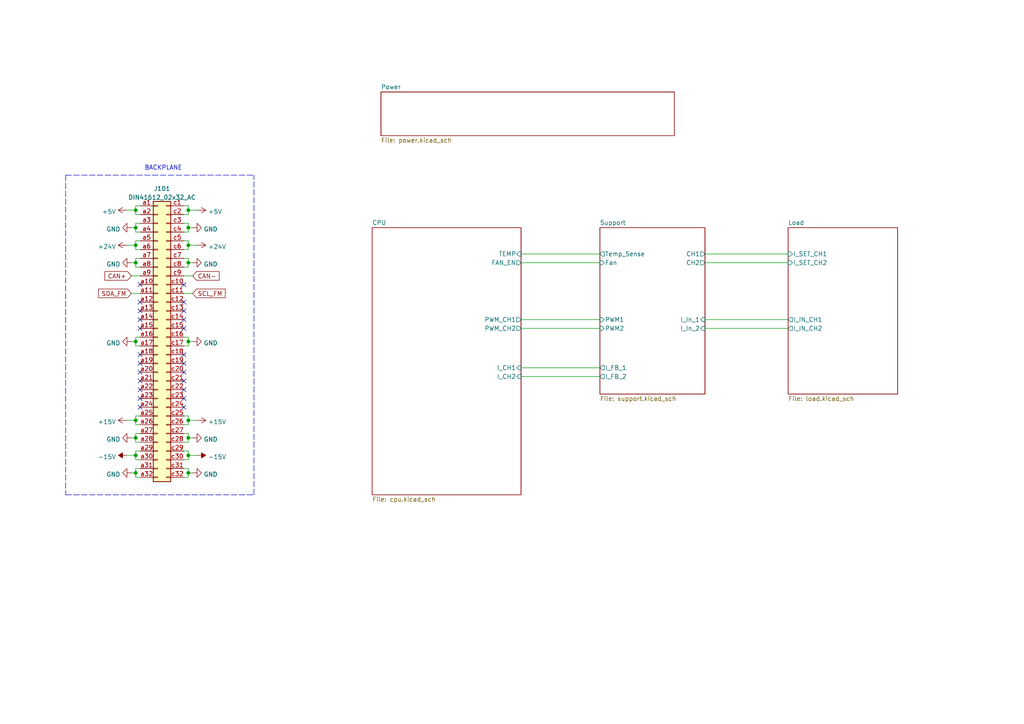
<source format=kicad_sch>
(kicad_sch (version 20211123) (generator eeschema)
  (paper "A4")
  (lib_symbols
    (symbol "Connector:DIN41612_02x32_AC" (pin_names (offset 1.016) hide)
      (property "Reference" "J" (at 1.27 40.64 0))
      (property "Value" "DIN41612_02x32_AC" (at 1.27 -43.18 0))
      (symbol "DIN41612_02x32_AC_1_1"
        (rectangle (start -1.27 -40.513) (end 0 -40.767) (stroke (width 0.1524)))
        (rectangle (start -1.27 -37.973) (end 0 -38.227) (stroke (width 0.1524)))
        (rectangle (start -1.27 -35.433) (end 0 -35.687) (stroke (width 0.1524)))
        (rectangle (start -1.27 -32.893) (end 0 -33.147) (stroke (width 0.1524)))
        (rectangle (start -1.27 -30.353) (end 0 -30.607) (stroke (width 0.1524)))
        (rectangle (start -1.27 -27.813) (end 0 -28.067) (stroke (width 0.1524)))
        (rectangle (start -1.27 -25.273) (end 0 -25.527) (stroke (width 0.1524)))
        (rectangle (start -1.27 -22.733) (end 0 -22.987) (stroke (width 0.1524)))
        (rectangle (start -1.27 -20.193) (end 0 -20.447) (stroke (width 0.1524)))
        (rectangle (start -1.27 -17.653) (end 0 -17.907) (stroke (width 0.1524)))
        (rectangle (start -1.27 -15.113) (end 0 -15.367) (stroke (width 0.1524)))
        (rectangle (start -1.27 -12.573) (end 0 -12.827) (stroke (width 0.1524)))
        (rectangle (start -1.27 -10.033) (end 0 -10.287) (stroke (width 0.1524)))
        (rectangle (start -1.27 -7.493) (end 0 -7.747) (stroke (width 0.1524)))
        (rectangle (start -1.27 -4.953) (end 0 -5.207) (stroke (width 0.1524)))
        (rectangle (start -1.27 -2.413) (end 0 -2.667) (stroke (width 0.1524)))
        (rectangle (start -1.27 0.127) (end 0 -0.127) (stroke (width 0.1524)))
        (rectangle (start -1.27 2.667) (end 0 2.413) (stroke (width 0.1524)))
        (rectangle (start -1.27 5.207) (end 0 4.953) (stroke (width 0.1524)))
        (rectangle (start -1.27 7.747) (end 0 7.493) (stroke (width 0.1524)))
        (rectangle (start -1.27 10.287) (end 0 10.033) (stroke (width 0.1524)))
        (rectangle (start -1.27 12.827) (end 0 12.573) (stroke (width 0.1524)))
        (rectangle (start -1.27 15.367) (end 0 15.113) (stroke (width 0.1524)))
        (rectangle (start -1.27 17.907) (end 0 17.653) (stroke (width 0.1524)))
        (rectangle (start -1.27 20.447) (end 0 20.193) (stroke (width 0.1524)))
        (rectangle (start -1.27 22.987) (end 0 22.733) (stroke (width 0.1524)))
        (rectangle (start -1.27 25.527) (end 0 25.273) (stroke (width 0.1524)))
        (rectangle (start -1.27 28.067) (end 0 27.813) (stroke (width 0.1524)))
        (rectangle (start -1.27 30.607) (end 0 30.353) (stroke (width 0.1524)))
        (rectangle (start -1.27 33.147) (end 0 32.893) (stroke (width 0.1524)))
        (rectangle (start -1.27 35.687) (end 0 35.433) (stroke (width 0.1524)))
        (rectangle (start -1.27 38.227) (end 0 37.973) (stroke (width 0.1524)))
        (rectangle (start -1.27 39.37) (end 3.81 -41.91) (stroke (width 0.254)) (fill (type background)))
        (rectangle (start 3.81 -40.513) (end 2.54 -40.767) (stroke (width 0.1524)))
        (rectangle (start 3.81 -37.973) (end 2.54 -38.227) (stroke (width 0.1524)))
        (rectangle (start 3.81 -35.433) (end 2.54 -35.687) (stroke (width 0.1524)))
        (rectangle (start 3.81 -32.893) (end 2.54 -33.147) (stroke (width 0.1524)))
        (rectangle (start 3.81 -30.353) (end 2.54 -30.607) (stroke (width 0.1524)))
        (rectangle (start 3.81 -27.813) (end 2.54 -28.067) (stroke (width 0.1524)))
        (rectangle (start 3.81 -25.273) (end 2.54 -25.527) (stroke (width 0.1524)))
        (rectangle (start 3.81 -22.733) (end 2.54 -22.987) (stroke (width 0.1524)))
        (rectangle (start 3.81 -20.193) (end 2.54 -20.447) (stroke (width 0.1524)))
        (rectangle (start 3.81 -17.653) (end 2.54 -17.907) (stroke (width 0.1524)))
        (rectangle (start 3.81 -15.113) (end 2.54 -15.367) (stroke (width 0.1524)))
        (rectangle (start 3.81 -12.573) (end 2.54 -12.827) (stroke (width 0.1524)))
        (rectangle (start 3.81 -10.033) (end 2.54 -10.287) (stroke (width 0.1524)))
        (rectangle (start 3.81 -7.493) (end 2.54 -7.747) (stroke (width 0.1524)))
        (rectangle (start 3.81 -4.953) (end 2.54 -5.207) (stroke (width 0.1524)))
        (rectangle (start 3.81 -2.413) (end 2.54 -2.667) (stroke (width 0.1524)))
        (rectangle (start 3.81 0.127) (end 2.54 -0.127) (stroke (width 0.1524)))
        (rectangle (start 3.81 2.667) (end 2.54 2.413) (stroke (width 0.1524)))
        (rectangle (start 3.81 5.207) (end 2.54 4.953) (stroke (width 0.1524)))
        (rectangle (start 3.81 7.747) (end 2.54 7.493) (stroke (width 0.1524)))
        (rectangle (start 3.81 10.287) (end 2.54 10.033) (stroke (width 0.1524)))
        (rectangle (start 3.81 12.827) (end 2.54 12.573) (stroke (width 0.1524)))
        (rectangle (start 3.81 15.367) (end 2.54 15.113) (stroke (width 0.1524)))
        (rectangle (start 3.81 17.907) (end 2.54 17.653) (stroke (width 0.1524)))
        (rectangle (start 3.81 20.447) (end 2.54 20.193) (stroke (width 0.1524)))
        (rectangle (start 3.81 22.987) (end 2.54 22.733) (stroke (width 0.1524)))
        (rectangle (start 3.81 25.527) (end 2.54 25.273) (stroke (width 0.1524)))
        (rectangle (start 3.81 28.067) (end 2.54 27.813) (stroke (width 0.1524)))
        (rectangle (start 3.81 30.607) (end 2.54 30.353) (stroke (width 0.1524)))
        (rectangle (start 3.81 33.147) (end 2.54 32.893) (stroke (width 0.1524)))
        (rectangle (start 3.81 35.687) (end 2.54 35.433) (stroke (width 0.1524)))
        (rectangle (start 3.81 38.227) (end 2.54 37.973) (stroke (width 0.1524)))
        (pin passive line (at -5.08 38.1 0) (length 3.81) (name "Pin_a1") (number "a1"))
        (pin passive line (at -5.08 15.24 0) (length 3.81) (name "Pin_a10") (number "a10"))
        (pin passive line (at -5.08 12.7 0) (length 3.81) (name "Pin_a11") (number "a11"))
        (pin passive line (at -5.08 10.16 0) (length 3.81) (name "Pin_a12") (number "a12"))
        (pin passive line (at -5.08 7.62 0) (length 3.81) (name "Pin_a13") (number "a13"))
        (pin passive line (at -5.08 5.08 0) (length 3.81) (name "Pin_a14") (number "a14"))
        (pin passive line (at -5.08 2.54 0) (length 3.81) (name "Pin_a15") (number "a15"))
        (pin passive line (at -5.08 0 0) (length 3.81) (name "Pin_a16") (number "a16"))
        (pin passive line (at -5.08 -2.54 0) (length 3.81) (name "Pin_a17") (number "a17"))
        (pin passive line (at -5.08 -5.08 0) (length 3.81) (name "Pin_a18") (number "a18"))
        (pin passive line (at -5.08 -7.62 0) (length 3.81) (name "Pin_a19") (number "a19"))
        (pin passive line (at -5.08 35.56 0) (length 3.81) (name "Pin_a2") (number "a2"))
        (pin passive line (at -5.08 -10.16 0) (length 3.81) (name "Pin_a20") (number "a20"))
        (pin passive line (at -5.08 -12.7 0) (length 3.81) (name "Pin_a21") (number "a21"))
        (pin passive line (at -5.08 -15.24 0) (length 3.81) (name "Pin_a22") (number "a22"))
        (pin passive line (at -5.08 -17.78 0) (length 3.81) (name "Pin_a23") (number "a23"))
        (pin passive line (at -5.08 -20.32 0) (length 3.81) (name "Pin_a24") (number "a24"))
        (pin passive line (at -5.08 -22.86 0) (length 3.81) (name "Pin_a25") (number "a25"))
        (pin passive line (at -5.08 -25.4 0) (length 3.81) (name "Pin_a26") (number "a26"))
        (pin passive line (at -5.08 -27.94 0) (length 3.81) (name "Pin_a27") (number "a27"))
        (pin passive line (at -5.08 -30.48 0) (length 3.81) (name "Pin_a28") (number "a28"))
        (pin passive line (at -5.08 -33.02 0) (length 3.81) (name "Pin_a29") (number "a29"))
        (pin passive line (at -5.08 33.02 0) (length 3.81) (name "Pin_a3") (number "a3"))
        (pin passive line (at -5.08 -35.56 0) (length 3.81) (name "Pin_a30") (number "a30"))
        (pin passive line (at -5.08 -38.1 0) (length 3.81) (name "Pin_a31") (number "a31"))
        (pin passive line (at -5.08 -40.64 0) (length 3.81) (name "Pin_a32") (number "a32"))
        (pin passive line (at -5.08 30.48 0) (length 3.81) (name "Pin_a4") (number "a4"))
        (pin passive line (at -5.08 27.94 0) (length 3.81) (name "Pin_a5") (number "a5"))
        (pin passive line (at -5.08 25.4 0) (length 3.81) (name "Pin_a6") (number "a6"))
        (pin passive line (at -5.08 22.86 0) (length 3.81) (name "Pin_a7") (number "a7"))
        (pin passive line (at -5.08 20.32 0) (length 3.81) (name "Pin_a8") (number "a8"))
        (pin passive line (at -5.08 17.78 0) (length 3.81) (name "Pin_a9") (number "a9"))
        (pin passive line (at 7.62 38.1 180) (length 3.81) (name "Pin_c1") (number "c1"))
        (pin passive line (at 7.62 15.24 180) (length 3.81) (name "Pin_c10") (number "c10"))
        (pin passive line (at 7.62 12.7 180) (length 3.81) (name "Pin_c11") (number "c11"))
        (pin passive line (at 7.62 10.16 180) (length 3.81) (name "Pin_c12") (number "c12"))
        (pin passive line (at 7.62 7.62 180) (length 3.81) (name "Pin_c13") (number "c13"))
        (pin passive line (at 7.62 5.08 180) (length 3.81) (name "Pin_c14") (number "c14"))
        (pin passive line (at 7.62 2.54 180) (length 3.81) (name "Pin_c15") (number "c15"))
        (pin passive line (at 7.62 0 180) (length 3.81) (name "Pin_c16") (number "c16"))
        (pin passive line (at 7.62 -2.54 180) (length 3.81) (name "Pin_c17") (number "c17"))
        (pin passive line (at 7.62 -5.08 180) (length 3.81) (name "Pin_c18") (number "c18"))
        (pin passive line (at 7.62 -7.62 180) (length 3.81) (name "Pin_c19") (number "c19"))
        (pin passive line (at 7.62 35.56 180) (length 3.81) (name "Pin_c2") (number "c2"))
        (pin passive line (at 7.62 -10.16 180) (length 3.81) (name "Pin_c20") (number "c20"))
        (pin passive line (at 7.62 -12.7 180) (length 3.81) (name "Pin_c21") (number "c21"))
        (pin passive line (at 7.62 -15.24 180) (length 3.81) (name "Pin_c22") (number "c22"))
        (pin passive line (at 7.62 -17.78 180) (length 3.81) (name "Pin_c23") (number "c23"))
        (pin passive line (at 7.62 -20.32 180) (length 3.81) (name "Pin_c24") (number "c24"))
        (pin passive line (at 7.62 -22.86 180) (length 3.81) (name "Pin_c25") (number "c25"))
        (pin passive line (at 7.62 -25.4 180) (length 3.81) (name "Pin_c26") (number "c26"))
        (pin passive line (at 7.62 -27.94 180) (length 3.81) (name "Pin_c27") (number "c27"))
        (pin passive line (at 7.62 -30.48 180) (length 3.81) (name "Pin_c28") (number "c28"))
        (pin passive line (at 7.62 -33.02 180) (length 3.81) (name "Pin_c29") (number "c29"))
        (pin passive line (at 7.62 33.02 180) (length 3.81) (name "Pin_c3") (number "c3"))
        (pin passive line (at 7.62 -35.56 180) (length 3.81) (name "Pin_c30") (number "c30"))
        (pin passive line (at 7.62 -38.1 180) (length 3.81) (name "Pin_c31") (number "c31"))
        (pin passive line (at 7.62 -40.64 180) (length 3.81) (name "Pin_c32") (number "c32"))
        (pin passive line (at 7.62 30.48 180) (length 3.81) (name "Pin_c4") (number "c4"))
        (pin passive line (at 7.62 27.94 180) (length 3.81) (name "Pin_c5") (number "c5"))
        (pin passive line (at 7.62 25.4 180) (length 3.81) (name "Pin_c6") (number "c6"))
        (pin passive line (at 7.62 22.86 180) (length 3.81) (name "Pin_c7") (number "c7"))
        (pin passive line (at 7.62 20.32 180) (length 3.81) (name "Pin_c8") (number "c8"))
        (pin passive line (at 7.62 17.78 180) (length 3.81) (name "Pin_c9") (number "c9"))
      )
    )
    (symbol "power:+15V" (power) (pin_names (offset 0))
      (property "Value" "+15V" (at 0 3.556 0))
      (symbol "+15V_0_1"
        (polyline (pts (xy -0.762 1.27) (xy 0 2.54)))
        (polyline (pts (xy 0 0) (xy 0 2.54)))
        (polyline (pts (xy 0 2.54) (xy 0.762 1.27)))
      )
      (symbol "+15V_1_1"
        (pin power_in line (at 0 0 90) (length 0) hide (name "+15V") (number "1"))
      )
    )
    (symbol "power:+24V" (power) (pin_names (offset 0))
      (property "Value" "+24V" (at 0 3.556 0))
      (symbol "+24V_0_1"
        (polyline (pts (xy -0.762 1.27) (xy 0 2.54)))
        (polyline (pts (xy 0 0) (xy 0 2.54)))
        (polyline (pts (xy 0 2.54) (xy 0.762 1.27)))
      )
      (symbol "+24V_1_1"
        (pin power_in line (at 0 0 90) (length 0) hide (name "+24V") (number "1"))
      )
    )
    (symbol "power:+5V" (power) (pin_names (offset 0))
      (property "Value" "+5V" (at 0 3.556 0))
      (symbol "+5V_0_1"
        (polyline (pts (xy -0.762 1.27) (xy 0 2.54)))
        (polyline (pts (xy 0 0) (xy 0 2.54)))
        (polyline (pts (xy 0 2.54) (xy 0.762 1.27)))
      )
      (symbol "+5V_1_1"
        (pin power_in line (at 0 0 90) (length 0) hide (name "+5V") (number "1"))
      )
    )
    (symbol "power:-15V" (power) (pin_names (offset 0))
      (property "Value" "-15V" (at 0 3.81 0))
      (symbol "-15V_0_0"
        (pin power_in line (at 0 0 90) (length 0) hide (name "-15V") (number "1"))
      )
      (symbol "-15V_0_1"
        (polyline (pts (xy 0 0) (xy 0 1.27) (xy 0.762 1.27) (xy 0 2.54) (xy -0.762 1.27) (xy 0 1.27)) (fill (type outline)))
      )
    )
    (symbol "power:GND" (power) (pin_names (offset 0))
      (property "Value" "GND" (at 0 -3.81 0))
      (symbol "GND_0_1"
        (polyline (pts (xy 0 0) (xy 0 -1.27) (xy 1.27 -1.27) (xy 0 -2.54) (xy -1.27 -1.27) (xy 0 -1.27)))
      )
      (symbol "GND_1_1"
        (pin power_in line (at 0 0 270) (length 0) hide (name "GND") (number "1"))
      )
    )
  )
  (junction (at 39.37 60.96))
  (junction (at 39.37 71.12))
  (junction (at 54.61 99.06))
  (junction (at 39.37 132.08))
  (junction (at 54.61 132.08))
  (junction (at 54.61 137.16))
  (junction (at 39.37 127))
  (junction (at 54.61 127))
  (junction (at 54.61 66.04))
  (junction (at 39.37 137.16))
  (junction (at 54.61 71.12))
  (junction (at 39.37 99.06))
  (junction (at 54.61 121.92))
  (junction (at 39.37 76.2))
  (junction (at 39.37 66.04))
  (junction (at 39.37 121.92))
  (junction (at 54.61 76.2))
  (junction (at 54.61 60.96))
  (no_connect (at 53.34 115.57))
  (no_connect (at 53.34 90.17))
  (no_connect (at 53.34 105.41))
  (no_connect (at 53.34 92.71))
  (no_connect (at 40.64 113.03))
  (no_connect (at 40.64 107.95))
  (no_connect (at 40.64 92.71))
  (no_connect (at 53.34 82.55))
  (no_connect (at 53.34 87.63))
  (no_connect (at 53.34 113.03))
  (no_connect (at 40.64 87.63))
  (no_connect (at 40.64 110.49))
  (no_connect (at 53.34 102.87))
  (no_connect (at 53.34 118.11))
  (no_connect (at 40.64 105.41))
  (no_connect (at 53.34 107.95))
  (no_connect (at 40.64 82.55))
  (no_connect (at 40.64 95.25))
  (no_connect (at 53.34 110.49))
  (no_connect (at 40.64 118.11))
  (no_connect (at 53.34 95.25))
  (no_connect (at 40.64 90.17))
  (no_connect (at 40.64 115.57))
  (no_connect (at 40.64 102.87))
  (wire (pts (xy 53.34 69.85) (xy 54.61 69.85)))
  (wire (pts (xy 39.37 135.89) (xy 40.64 135.89)))
  (wire (pts (xy 53.34 123.19) (xy 54.61 123.19)))
  (wire (pts (xy 39.37 120.65) (xy 39.37 121.92)))
  (wire (pts (xy 39.37 60.96) (xy 39.37 62.23)))
  (wire (pts (xy 40.64 69.85) (xy 39.37 69.85)))
  (wire (pts (xy 54.61 138.43) (xy 53.34 138.43)))
  (wire (pts (xy 36.83 121.92) (xy 39.37 121.92)))
  (wire (pts (xy 39.37 137.16) (xy 39.37 135.89)))
  (wire (pts (xy 53.34 62.23) (xy 54.61 62.23)))
  (wire (pts (xy 151.13 92.71) (xy 173.99 92.71)))
  (wire (pts (xy 39.37 121.92) (xy 39.37 123.19)))
  (wire (pts (xy 40.64 120.65) (xy 39.37 120.65)))
  (wire (pts (xy 39.37 128.27) (xy 39.37 127)))
  (wire (pts (xy 54.61 71.12) (xy 54.61 72.39)))
  (wire (pts (xy 54.61 66.04) (xy 55.88 66.04)))
  (wire (pts (xy 38.1 76.2) (xy 39.37 76.2)))
  (wire (pts (xy 53.34 125.73) (xy 54.61 125.73)))
  (wire (pts (xy 53.34 72.39) (xy 54.61 72.39)))
  (wire (pts (xy 204.47 95.25) (xy 228.6 95.25)))
  (wire (pts (xy 54.61 137.16) (xy 55.88 137.16)))
  (wire (pts (xy 54.61 120.65) (xy 54.61 121.92)))
  (wire (pts (xy 53.34 133.35) (xy 54.61 133.35)))
  (wire (pts (xy 39.37 132.08) (xy 39.37 133.35)))
  (wire (pts (xy 151.13 73.66) (xy 173.99 73.66)))
  (wire (pts (xy 54.61 69.85) (xy 54.61 71.12)))
  (polyline (pts (xy 19.05 50.8) (xy 73.66 50.8)))
  (wire (pts (xy 151.13 106.68) (xy 173.99 106.68)))
  (wire (pts (xy 54.61 121.92) (xy 54.61 123.19)))
  (wire (pts (xy 39.37 138.43) (xy 39.37 137.16)))
  (wire (pts (xy 38.1 137.16) (xy 39.37 137.16)))
  (wire (pts (xy 54.61 62.23) (xy 54.61 60.96)))
  (wire (pts (xy 54.61 128.27) (xy 53.34 128.27)))
  (wire (pts (xy 39.37 97.79) (xy 40.64 97.79)))
  (wire (pts (xy 39.37 64.77) (xy 40.64 64.77)))
  (wire (pts (xy 54.61 132.08) (xy 54.61 133.35)))
  (wire (pts (xy 54.61 125.73) (xy 54.61 127)))
  (wire (pts (xy 204.47 76.2) (xy 228.6 76.2)))
  (wire (pts (xy 54.61 60.96) (xy 54.61 59.69)))
  (wire (pts (xy 54.61 97.79) (xy 53.34 97.79)))
  (wire (pts (xy 39.37 62.23) (xy 40.64 62.23)))
  (wire (pts (xy 40.64 123.19) (xy 39.37 123.19)))
  (wire (pts (xy 151.13 95.25) (xy 173.99 95.25)))
  (wire (pts (xy 54.61 64.77) (xy 54.61 66.04)))
  (wire (pts (xy 54.61 60.96) (xy 57.15 60.96)))
  (wire (pts (xy 54.61 127) (xy 54.61 128.27)))
  (wire (pts (xy 36.83 132.08) (xy 39.37 132.08)))
  (wire (pts (xy 38.1 99.06) (xy 39.37 99.06)))
  (wire (pts (xy 39.37 71.12) (xy 39.37 72.39)))
  (wire (pts (xy 40.64 128.27) (xy 39.37 128.27)))
  (wire (pts (xy 39.37 69.85) (xy 39.37 71.12)))
  (wire (pts (xy 36.83 60.96) (xy 39.37 60.96)))
  (wire (pts (xy 53.34 120.65) (xy 54.61 120.65)))
  (wire (pts (xy 54.61 76.2) (xy 55.88 76.2)))
  (wire (pts (xy 36.83 71.12) (xy 39.37 71.12)))
  (wire (pts (xy 54.61 130.81) (xy 54.61 132.08)))
  (wire (pts (xy 151.13 109.22) (xy 173.99 109.22)))
  (wire (pts (xy 39.37 67.31) (xy 39.37 66.04)))
  (wire (pts (xy 53.34 100.33) (xy 54.61 100.33)))
  (wire (pts (xy 54.61 74.93) (xy 54.61 76.2)))
  (wire (pts (xy 40.64 77.47) (xy 39.37 77.47)))
  (wire (pts (xy 39.37 59.69) (xy 39.37 60.96)))
  (wire (pts (xy 38.1 66.04) (xy 39.37 66.04)))
  (wire (pts (xy 40.64 59.69) (xy 39.37 59.69)))
  (wire (pts (xy 54.61 99.06) (xy 54.61 97.79)))
  (wire (pts (xy 54.61 99.06) (xy 55.88 99.06)))
  (wire (pts (xy 39.37 99.06) (xy 39.37 97.79)))
  (wire (pts (xy 204.47 73.66) (xy 228.6 73.66)))
  (wire (pts (xy 53.34 59.69) (xy 54.61 59.69)))
  (polyline (pts (xy 19.05 143.51) (xy 73.66 143.51)))
  (wire (pts (xy 40.64 130.81) (xy 39.37 130.81)))
  (polyline (pts (xy 73.66 143.51) (xy 73.66 50.8)))
  (wire (pts (xy 39.37 127) (xy 39.37 125.73)))
  (wire (pts (xy 53.34 135.89) (xy 54.61 135.89)))
  (wire (pts (xy 54.61 71.12) (xy 57.15 71.12)))
  (wire (pts (xy 39.37 74.93) (xy 40.64 74.93)))
  (wire (pts (xy 53.34 130.81) (xy 54.61 130.81)))
  (wire (pts (xy 54.61 66.04) (xy 54.61 67.31)))
  (wire (pts (xy 53.34 64.77) (xy 54.61 64.77)))
  (wire (pts (xy 151.13 76.2) (xy 173.99 76.2)))
  (wire (pts (xy 54.61 100.33) (xy 54.61 99.06)))
  (wire (pts (xy 40.64 67.31) (xy 39.37 67.31)))
  (wire (pts (xy 39.37 77.47) (xy 39.37 76.2)))
  (wire (pts (xy 53.34 85.09) (xy 55.88 85.09)))
  (wire (pts (xy 39.37 130.81) (xy 39.37 132.08)))
  (wire (pts (xy 39.37 125.73) (xy 40.64 125.73)))
  (wire (pts (xy 53.34 74.93) (xy 54.61 74.93)))
  (wire (pts (xy 54.61 137.16) (xy 54.61 138.43)))
  (wire (pts (xy 38.1 85.09) (xy 40.64 85.09)))
  (wire (pts (xy 39.37 66.04) (xy 39.37 64.77)))
  (wire (pts (xy 54.61 76.2) (xy 54.61 77.47)))
  (wire (pts (xy 54.61 77.47) (xy 53.34 77.47)))
  (polyline (pts (xy 19.05 50.8) (xy 19.05 143.51)))
  (wire (pts (xy 54.61 127) (xy 55.88 127)))
  (wire (pts (xy 204.47 92.71) (xy 228.6 92.71)))
  (wire (pts (xy 39.37 76.2) (xy 39.37 74.93)))
  (wire (pts (xy 54.61 121.92) (xy 57.15 121.92)))
  (wire (pts (xy 39.37 133.35) (xy 40.64 133.35)))
  (wire (pts (xy 53.34 80.01) (xy 55.88 80.01)))
  (wire (pts (xy 39.37 100.33) (xy 39.37 99.06)))
  (wire (pts (xy 40.64 100.33) (xy 39.37 100.33)))
  (wire (pts (xy 40.64 138.43) (xy 39.37 138.43)))
  (wire (pts (xy 39.37 72.39) (xy 40.64 72.39)))
  (wire (pts (xy 38.1 80.01) (xy 40.64 80.01)))
  (wire (pts (xy 54.61 132.08) (xy 57.15 132.08)))
  (wire (pts (xy 54.61 135.89) (xy 54.61 137.16)))
  (wire (pts (xy 38.1 127) (xy 39.37 127)))
  (wire (pts (xy 54.61 67.31) (xy 53.34 67.31)))
  (text "BACKPLANE" (at 41.91 49.53 0) (effects (font (size 1.27 1.27)) (justify left bottom)))
  (global_label "SDA_FM" (shape input) (at 38.1 85.09 180) (property "Intersheet References" "${INTERSHEET_REFS}" (effects hide)))
  (global_label "CAN-" (shape input) (at 55.88 80.01 0) (property "Intersheet References" "${INTERSHEET_REFS}" (effects hide)))
  (global_label "CAN+" (shape input) (at 38.1 80.01 180) (property "Intersheet References" "${INTERSHEET_REFS}" (effects hide)))
  (global_label "SCL_FM" (shape input) (at 55.88 85.09 0) (property "Intersheet References" "${INTERSHEET_REFS}" (effects hide)))
  (symbol (lib_id "power:GND") (at 55.88 127 90) (unit 1)
    (property "Reference" "#PWR0114" (effects hide))
    (property "Value" "GND" (at 59.055 127.4338 90) (effects (justify right)))
  )
  (symbol (lib_id "power:GND") (at 55.88 99.06 90) (unit 1)
    (property "Reference" "#PWR0110" (effects hide))
    (property "Value" "GND" (at 59.055 99.4938 90) (effects (justify right)))
  )
  (symbol (lib_id "power:GND") (at 38.1 99.06 270) (unit 1)
    (property "Reference" "#PWR0109" (effects hide))
    (property "Value" "GND" (at 34.9251 99.4938 90) (effects (justify right)))
  )
  (symbol (lib_id "power:+15V") (at 36.83 121.92 90) (unit 1)
    (property "Reference" "#PWR0111" (effects hide))
    (property "Value" "+15V" (at 33.655 122.3538 90) (effects (justify left)))
  )
  (symbol (lib_id "power:+15V") (at 57.15 121.92 270) (unit 1)
    (property "Reference" "#PWR0112" (effects hide))
    (property "Value" "+15V" (at 60.325 122.3538 90) (effects (justify left)))
  )
  (symbol (lib_id "power:GND") (at 38.1 127 270) (unit 1)
    (property "Reference" "#PWR0113" (effects hide))
    (property "Value" "GND" (at 34.9251 127.4338 90) (effects (justify right)))
  )
  (symbol (lib_id "power:GND") (at 55.88 76.2 90) (unit 1)
    (property "Reference" "#PWR0108" (effects hide))
    (property "Value" "GND" (at 59.055 76.6338 90) (effects (justify right)))
  )
  (symbol (lib_id "power:+24V") (at 36.83 71.12 90) (unit 1)
    (property "Reference" "#PWR0105" (effects hide))
    (property "Value" "+24V" (at 33.655 71.5538 90) (effects (justify left)))
  )
  (symbol (lib_id "Connector:DIN41612_02x32_AC") (at 45.72 97.79 0) (unit 1)
    (property "Reference" "J101" (at 46.99 54.7202 0))
    (property "Value" "DIN41612_02x32_AC" (at 46.99 57.2571 0))
    (property "Footprint" "eigene:VG64_Euro" (effects hide))
  )
  (symbol (lib_id "power:GND") (at 38.1 66.04 270) (unit 1)
    (property "Reference" "#PWR0103" (effects hide))
    (property "Value" "GND" (at 34.9251 66.4738 90) (effects (justify right)))
  )
  (symbol (lib_id "power:-15V") (at 57.15 132.08 270) (unit 1)
    (property "Reference" "#PWR0116" (effects hide))
    (property "Value" "-15V" (at 60.325 132.5138 90) (effects (justify left)))
  )
  (symbol (lib_id "power:GND") (at 55.88 66.04 90) (unit 1)
    (property "Reference" "#PWR0104" (effects hide))
    (property "Value" "GND" (at 59.055 66.4738 90) (effects (justify right)))
  )
  (symbol (lib_id "power:GND") (at 55.88 137.16 90) (unit 1)
    (property "Reference" "#PWR0118" (effects hide))
    (property "Value" "GND" (at 59.055 137.5938 90) (effects (justify right)))
  )
  (symbol (lib_id "power:GND") (at 38.1 76.2 270) (unit 1)
    (property "Reference" "#PWR0107" (effects hide))
    (property "Value" "GND" (at 34.9251 76.6338 90) (effects (justify right)))
  )
  (symbol (lib_id "power:-15V") (at 36.83 132.08 90) (unit 1)
    (property "Reference" "#PWR0115" (effects hide))
    (property "Value" "-15V" (at 33.655 132.5138 90) (effects (justify left)))
  )
  (symbol (lib_id "power:+24V") (at 57.15 71.12 270) (unit 1)
    (property "Reference" "#PWR0106" (effects hide))
    (property "Value" "+24V" (at 60.325 71.5538 90) (effects (justify left)))
  )
  (symbol (lib_id "power:+5V") (at 57.15 60.96 270) (unit 1)
    (property "Reference" "#PWR0102" (effects hide))
    (property "Value" "+5V" (at 60.325 61.3938 90) (effects (justify left)))
  )
  (symbol (lib_id "power:GND") (at 38.1 137.16 270) (unit 1)
    (property "Reference" "#PWR0117" (effects hide))
    (property "Value" "GND" (at 34.9251 137.5938 90) (effects (justify right)))
  )
  (symbol (lib_id "power:+5V") (at 36.83 60.96 90) (unit 1)
    (property "Reference" "#PWR0101" (effects hide))
    (property "Value" "+5V" (at 33.6551 61.3938 90) (effects (justify left)))
  )
  (sheet (at 228.6 66.04) (size 31.75 48.26) (stroke (width 0.1524))
    (property "Sheet name" "Load" (at 228.6 65.3284 0) (effects (justify left bottom)))
    (property "Sheet file" "load.kicad_sch" (at 228.6 114.8846 0) (effects (justify left top)))
    (pin "I_SET_CH1" input (at 228.6 73.66 180))
    (pin "I_IN_CH1" output (at 228.6 92.71 180))
    (pin "I_SET_CH2" input (at 228.6 76.2 180))
    (pin "I_IN_CH2" output (at 228.6 95.25 180))
  )
  (sheet (at 107.95 66.04) (size 43.18 77.47) (stroke (width 0.1524))
    (property "Sheet name" "CPU" (at 107.95 65.3284 0) (effects (justify left bottom)))
    (property "Sheet file" "cpu.kicad_sch" (at 107.95 144.0946 0) (effects (justify left top)))
    (pin "FAN_EN" output (at 151.13 76.2 0))
    (pin "PWM_CH2" output (at 151.13 95.25 0))
    (pin "I_CH1" input (at 151.13 106.68 0))
    (pin "TEMP" input (at 151.13 73.66 0))
    (pin "I_CH2" input (at 151.13 109.22 0))
    (pin "PWM_CH1" output (at 151.13 92.71 0))
  )
  (sheet (at 173.99 66.04) (size 30.48 48.26) (stroke (width 0.1524))
    (property "Sheet name" "Support" (at 173.99 65.3284 0) (effects (justify left bottom)))
    (property "Sheet file" "support.kicad_sch" (at 173.99 114.8846 0) (effects (justify left top)))
    (pin "PWM2" input (at 173.99 95.25 180))
    (pin "PWM1" input (at 173.99 92.71 180))
    (pin "Fan" input (at 173.99 76.2 180))
    (pin "Temp_Sense" output (at 173.99 73.66 180))
    (pin "CH2" output (at 204.47 76.2 0))
    (pin "CH1" output (at 204.47 73.66 0))
    (pin "I_In_1" input (at 204.47 92.71 0))
    (pin "I_In_2" input (at 204.47 95.25 0))
    (pin "I_FB_2" output (at 173.99 109.22 180))
    (pin "I_FB_1" output (at 173.99 106.68 180))
  )
  (sheet (at 110.49 26.67) (size 85.09 12.7) (stroke (width 0.1524))
    (property "Sheet name" "Power" (at 110.49 25.9584 0) (effects (justify left bottom)))
    (property "Sheet file" "power.kicad_sch" (at 110.49 39.9546 0) (effects (justify left top)))
  )
)
</source>
